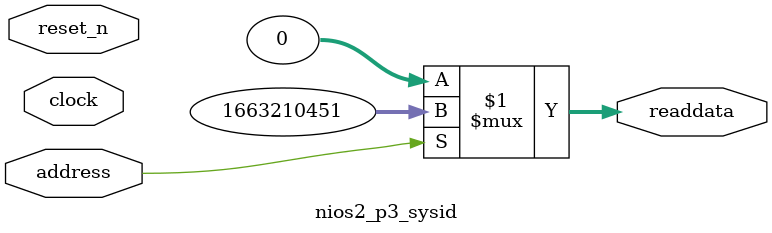
<source format=v>



// synthesis translate_off
`timescale 1ns / 1ps
// synthesis translate_on

// turn off superfluous verilog processor warnings 
// altera message_level Level1 
// altera message_off 10034 10035 10036 10037 10230 10240 10030 

module nios2_p3_sysid (
               // inputs:
                address,
                clock,
                reset_n,

               // outputs:
                readdata
             )
;

  output  [ 31: 0] readdata;
  input            address;
  input            clock;
  input            reset_n;

  wire    [ 31: 0] readdata;
  //control_slave, which is an e_avalon_slave
  assign readdata = address ? 1663210451 : 0;

endmodule



</source>
